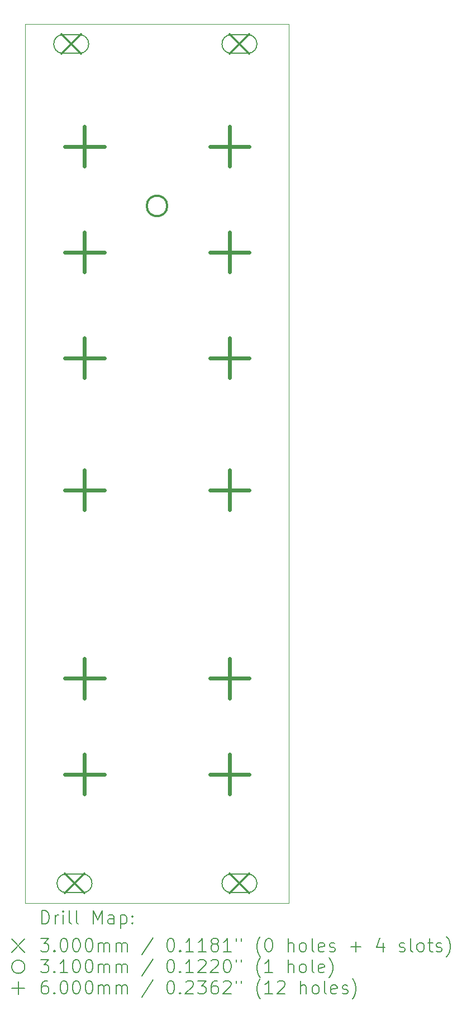
<source format=gbr>
%FSLAX45Y45*%
G04 Gerber Fmt 4.5, Leading zero omitted, Abs format (unit mm)*
G04 Created by KiCad (PCBNEW (6.0.0)) date 2022-01-31 10:21:41*
%MOMM*%
%LPD*%
G01*
G04 APERTURE LIST*
%TA.AperFunction,Profile*%
%ADD10C,0.050000*%
%TD*%
%ADD11C,0.200000*%
%ADD12C,0.300000*%
%ADD13C,0.310000*%
%ADD14C,0.600000*%
G04 APERTURE END LIST*
D10*
X11750000Y-1950000D02*
X11750000Y-14550000D01*
X11750000Y-1950000D02*
X15750000Y-1950000D01*
X15750000Y-1950000D02*
X15750000Y-15250000D01*
X15750000Y-15250000D02*
X11750000Y-15250000D01*
X11750000Y-15250000D02*
X11750000Y-14550000D01*
D11*
D12*
X12300000Y-2100000D02*
X12600000Y-2400000D01*
X12600000Y-2100000D02*
X12300000Y-2400000D01*
D11*
X12325000Y-2390000D02*
X12575000Y-2390000D01*
X12325000Y-2110000D02*
X12575000Y-2110000D01*
X12575000Y-2390000D02*
G75*
G03*
X12575000Y-2110000I0J140000D01*
G01*
X12325000Y-2110000D02*
G75*
G03*
X12325000Y-2390000I0J-140000D01*
G01*
D12*
X12350000Y-14800000D02*
X12650000Y-15100000D01*
X12650000Y-14800000D02*
X12350000Y-15100000D01*
D11*
X12375000Y-15090000D02*
X12625000Y-15090000D01*
X12375000Y-14810000D02*
X12625000Y-14810000D01*
X12625000Y-15090000D02*
G75*
G03*
X12625000Y-14810000I0J140000D01*
G01*
X12375000Y-14810000D02*
G75*
G03*
X12375000Y-15090000I0J-140000D01*
G01*
D12*
X14850000Y-2100000D02*
X15150000Y-2400000D01*
X15150000Y-2100000D02*
X14850000Y-2400000D01*
D11*
X14875000Y-2390000D02*
X15125000Y-2390000D01*
X14875000Y-2110000D02*
X15125000Y-2110000D01*
X15125000Y-2390000D02*
G75*
G03*
X15125000Y-2110000I0J140000D01*
G01*
X14875000Y-2110000D02*
G75*
G03*
X14875000Y-2390000I0J-140000D01*
G01*
D12*
X14850000Y-14800000D02*
X15150000Y-15100000D01*
X15150000Y-14800000D02*
X14850000Y-15100000D01*
D11*
X14875000Y-15090000D02*
X15125000Y-15090000D01*
X14875000Y-14810000D02*
X15125000Y-14810000D01*
X15125000Y-15090000D02*
G75*
G03*
X15125000Y-14810000I0J140000D01*
G01*
X14875000Y-14810000D02*
G75*
G03*
X14875000Y-15090000I0J-140000D01*
G01*
D13*
X13905000Y-4700000D02*
G75*
G03*
X13905000Y-4700000I-155000J0D01*
G01*
D14*
X12650000Y-3500000D02*
X12650000Y-4100000D01*
X12350000Y-3800000D02*
X12950000Y-3800000D01*
X12650000Y-5100000D02*
X12650000Y-5700000D01*
X12350000Y-5400000D02*
X12950000Y-5400000D01*
X12650000Y-6700000D02*
X12650000Y-7300000D01*
X12350000Y-7000000D02*
X12950000Y-7000000D01*
X12650000Y-8700000D02*
X12650000Y-9300000D01*
X12350000Y-9000000D02*
X12950000Y-9000000D01*
X12650000Y-11550000D02*
X12650000Y-12150000D01*
X12350000Y-11850000D02*
X12950000Y-11850000D01*
X12650000Y-13000000D02*
X12650000Y-13600000D01*
X12350000Y-13300000D02*
X12950000Y-13300000D01*
X14850000Y-3500000D02*
X14850000Y-4100000D01*
X14550000Y-3800000D02*
X15150000Y-3800000D01*
X14850000Y-5100000D02*
X14850000Y-5700000D01*
X14550000Y-5400000D02*
X15150000Y-5400000D01*
X14850000Y-6700000D02*
X14850000Y-7300000D01*
X14550000Y-7000000D02*
X15150000Y-7000000D01*
X14850000Y-8700000D02*
X14850000Y-9300000D01*
X14550000Y-9000000D02*
X15150000Y-9000000D01*
X14850000Y-11550000D02*
X14850000Y-12150000D01*
X14550000Y-11850000D02*
X15150000Y-11850000D01*
X14850000Y-13000000D02*
X14850000Y-13600000D01*
X14550000Y-13300000D02*
X15150000Y-13300000D01*
D11*
X12005119Y-15562976D02*
X12005119Y-15362976D01*
X12052738Y-15362976D01*
X12081309Y-15372500D01*
X12100357Y-15391548D01*
X12109881Y-15410595D01*
X12119405Y-15448690D01*
X12119405Y-15477262D01*
X12109881Y-15515357D01*
X12100357Y-15534405D01*
X12081309Y-15553452D01*
X12052738Y-15562976D01*
X12005119Y-15562976D01*
X12205119Y-15562976D02*
X12205119Y-15429643D01*
X12205119Y-15467738D02*
X12214643Y-15448690D01*
X12224166Y-15439167D01*
X12243214Y-15429643D01*
X12262262Y-15429643D01*
X12328928Y-15562976D02*
X12328928Y-15429643D01*
X12328928Y-15362976D02*
X12319405Y-15372500D01*
X12328928Y-15382024D01*
X12338452Y-15372500D01*
X12328928Y-15362976D01*
X12328928Y-15382024D01*
X12452738Y-15562976D02*
X12433690Y-15553452D01*
X12424166Y-15534405D01*
X12424166Y-15362976D01*
X12557500Y-15562976D02*
X12538452Y-15553452D01*
X12528928Y-15534405D01*
X12528928Y-15362976D01*
X12786071Y-15562976D02*
X12786071Y-15362976D01*
X12852738Y-15505833D01*
X12919405Y-15362976D01*
X12919405Y-15562976D01*
X13100357Y-15562976D02*
X13100357Y-15458214D01*
X13090833Y-15439167D01*
X13071786Y-15429643D01*
X13033690Y-15429643D01*
X13014643Y-15439167D01*
X13100357Y-15553452D02*
X13081309Y-15562976D01*
X13033690Y-15562976D01*
X13014643Y-15553452D01*
X13005119Y-15534405D01*
X13005119Y-15515357D01*
X13014643Y-15496309D01*
X13033690Y-15486786D01*
X13081309Y-15486786D01*
X13100357Y-15477262D01*
X13195595Y-15429643D02*
X13195595Y-15629643D01*
X13195595Y-15439167D02*
X13214643Y-15429643D01*
X13252738Y-15429643D01*
X13271786Y-15439167D01*
X13281309Y-15448690D01*
X13290833Y-15467738D01*
X13290833Y-15524881D01*
X13281309Y-15543928D01*
X13271786Y-15553452D01*
X13252738Y-15562976D01*
X13214643Y-15562976D01*
X13195595Y-15553452D01*
X13376547Y-15543928D02*
X13386071Y-15553452D01*
X13376547Y-15562976D01*
X13367024Y-15553452D01*
X13376547Y-15543928D01*
X13376547Y-15562976D01*
X13376547Y-15439167D02*
X13386071Y-15448690D01*
X13376547Y-15458214D01*
X13367024Y-15448690D01*
X13376547Y-15439167D01*
X13376547Y-15458214D01*
X11547500Y-15792500D02*
X11747500Y-15992500D01*
X11747500Y-15792500D02*
X11547500Y-15992500D01*
X11986071Y-15782976D02*
X12109881Y-15782976D01*
X12043214Y-15859167D01*
X12071786Y-15859167D01*
X12090833Y-15868690D01*
X12100357Y-15878214D01*
X12109881Y-15897262D01*
X12109881Y-15944881D01*
X12100357Y-15963928D01*
X12090833Y-15973452D01*
X12071786Y-15982976D01*
X12014643Y-15982976D01*
X11995595Y-15973452D01*
X11986071Y-15963928D01*
X12195595Y-15963928D02*
X12205119Y-15973452D01*
X12195595Y-15982976D01*
X12186071Y-15973452D01*
X12195595Y-15963928D01*
X12195595Y-15982976D01*
X12328928Y-15782976D02*
X12347976Y-15782976D01*
X12367024Y-15792500D01*
X12376547Y-15802024D01*
X12386071Y-15821071D01*
X12395595Y-15859167D01*
X12395595Y-15906786D01*
X12386071Y-15944881D01*
X12376547Y-15963928D01*
X12367024Y-15973452D01*
X12347976Y-15982976D01*
X12328928Y-15982976D01*
X12309881Y-15973452D01*
X12300357Y-15963928D01*
X12290833Y-15944881D01*
X12281309Y-15906786D01*
X12281309Y-15859167D01*
X12290833Y-15821071D01*
X12300357Y-15802024D01*
X12309881Y-15792500D01*
X12328928Y-15782976D01*
X12519405Y-15782976D02*
X12538452Y-15782976D01*
X12557500Y-15792500D01*
X12567024Y-15802024D01*
X12576547Y-15821071D01*
X12586071Y-15859167D01*
X12586071Y-15906786D01*
X12576547Y-15944881D01*
X12567024Y-15963928D01*
X12557500Y-15973452D01*
X12538452Y-15982976D01*
X12519405Y-15982976D01*
X12500357Y-15973452D01*
X12490833Y-15963928D01*
X12481309Y-15944881D01*
X12471786Y-15906786D01*
X12471786Y-15859167D01*
X12481309Y-15821071D01*
X12490833Y-15802024D01*
X12500357Y-15792500D01*
X12519405Y-15782976D01*
X12709881Y-15782976D02*
X12728928Y-15782976D01*
X12747976Y-15792500D01*
X12757500Y-15802024D01*
X12767024Y-15821071D01*
X12776547Y-15859167D01*
X12776547Y-15906786D01*
X12767024Y-15944881D01*
X12757500Y-15963928D01*
X12747976Y-15973452D01*
X12728928Y-15982976D01*
X12709881Y-15982976D01*
X12690833Y-15973452D01*
X12681309Y-15963928D01*
X12671786Y-15944881D01*
X12662262Y-15906786D01*
X12662262Y-15859167D01*
X12671786Y-15821071D01*
X12681309Y-15802024D01*
X12690833Y-15792500D01*
X12709881Y-15782976D01*
X12862262Y-15982976D02*
X12862262Y-15849643D01*
X12862262Y-15868690D02*
X12871786Y-15859167D01*
X12890833Y-15849643D01*
X12919405Y-15849643D01*
X12938452Y-15859167D01*
X12947976Y-15878214D01*
X12947976Y-15982976D01*
X12947976Y-15878214D02*
X12957500Y-15859167D01*
X12976547Y-15849643D01*
X13005119Y-15849643D01*
X13024166Y-15859167D01*
X13033690Y-15878214D01*
X13033690Y-15982976D01*
X13128928Y-15982976D02*
X13128928Y-15849643D01*
X13128928Y-15868690D02*
X13138452Y-15859167D01*
X13157500Y-15849643D01*
X13186071Y-15849643D01*
X13205119Y-15859167D01*
X13214643Y-15878214D01*
X13214643Y-15982976D01*
X13214643Y-15878214D02*
X13224166Y-15859167D01*
X13243214Y-15849643D01*
X13271786Y-15849643D01*
X13290833Y-15859167D01*
X13300357Y-15878214D01*
X13300357Y-15982976D01*
X13690833Y-15773452D02*
X13519405Y-16030595D01*
X13947976Y-15782976D02*
X13967024Y-15782976D01*
X13986071Y-15792500D01*
X13995595Y-15802024D01*
X14005119Y-15821071D01*
X14014643Y-15859167D01*
X14014643Y-15906786D01*
X14005119Y-15944881D01*
X13995595Y-15963928D01*
X13986071Y-15973452D01*
X13967024Y-15982976D01*
X13947976Y-15982976D01*
X13928928Y-15973452D01*
X13919405Y-15963928D01*
X13909881Y-15944881D01*
X13900357Y-15906786D01*
X13900357Y-15859167D01*
X13909881Y-15821071D01*
X13919405Y-15802024D01*
X13928928Y-15792500D01*
X13947976Y-15782976D01*
X14100357Y-15963928D02*
X14109881Y-15973452D01*
X14100357Y-15982976D01*
X14090833Y-15973452D01*
X14100357Y-15963928D01*
X14100357Y-15982976D01*
X14300357Y-15982976D02*
X14186071Y-15982976D01*
X14243214Y-15982976D02*
X14243214Y-15782976D01*
X14224166Y-15811548D01*
X14205119Y-15830595D01*
X14186071Y-15840119D01*
X14490833Y-15982976D02*
X14376547Y-15982976D01*
X14433690Y-15982976D02*
X14433690Y-15782976D01*
X14414643Y-15811548D01*
X14395595Y-15830595D01*
X14376547Y-15840119D01*
X14605119Y-15868690D02*
X14586071Y-15859167D01*
X14576547Y-15849643D01*
X14567024Y-15830595D01*
X14567024Y-15821071D01*
X14576547Y-15802024D01*
X14586071Y-15792500D01*
X14605119Y-15782976D01*
X14643214Y-15782976D01*
X14662262Y-15792500D01*
X14671786Y-15802024D01*
X14681309Y-15821071D01*
X14681309Y-15830595D01*
X14671786Y-15849643D01*
X14662262Y-15859167D01*
X14643214Y-15868690D01*
X14605119Y-15868690D01*
X14586071Y-15878214D01*
X14576547Y-15887738D01*
X14567024Y-15906786D01*
X14567024Y-15944881D01*
X14576547Y-15963928D01*
X14586071Y-15973452D01*
X14605119Y-15982976D01*
X14643214Y-15982976D01*
X14662262Y-15973452D01*
X14671786Y-15963928D01*
X14681309Y-15944881D01*
X14681309Y-15906786D01*
X14671786Y-15887738D01*
X14662262Y-15878214D01*
X14643214Y-15868690D01*
X14871786Y-15982976D02*
X14757500Y-15982976D01*
X14814643Y-15982976D02*
X14814643Y-15782976D01*
X14795595Y-15811548D01*
X14776547Y-15830595D01*
X14757500Y-15840119D01*
X14947976Y-15782976D02*
X14947976Y-15821071D01*
X15024166Y-15782976D02*
X15024166Y-15821071D01*
X15319405Y-16059167D02*
X15309881Y-16049643D01*
X15290833Y-16021071D01*
X15281309Y-16002024D01*
X15271786Y-15973452D01*
X15262262Y-15925833D01*
X15262262Y-15887738D01*
X15271786Y-15840119D01*
X15281309Y-15811548D01*
X15290833Y-15792500D01*
X15309881Y-15763928D01*
X15319405Y-15754405D01*
X15433690Y-15782976D02*
X15452738Y-15782976D01*
X15471786Y-15792500D01*
X15481309Y-15802024D01*
X15490833Y-15821071D01*
X15500357Y-15859167D01*
X15500357Y-15906786D01*
X15490833Y-15944881D01*
X15481309Y-15963928D01*
X15471786Y-15973452D01*
X15452738Y-15982976D01*
X15433690Y-15982976D01*
X15414643Y-15973452D01*
X15405119Y-15963928D01*
X15395595Y-15944881D01*
X15386071Y-15906786D01*
X15386071Y-15859167D01*
X15395595Y-15821071D01*
X15405119Y-15802024D01*
X15414643Y-15792500D01*
X15433690Y-15782976D01*
X15738452Y-15982976D02*
X15738452Y-15782976D01*
X15824166Y-15982976D02*
X15824166Y-15878214D01*
X15814643Y-15859167D01*
X15795595Y-15849643D01*
X15767024Y-15849643D01*
X15747976Y-15859167D01*
X15738452Y-15868690D01*
X15947976Y-15982976D02*
X15928928Y-15973452D01*
X15919405Y-15963928D01*
X15909881Y-15944881D01*
X15909881Y-15887738D01*
X15919405Y-15868690D01*
X15928928Y-15859167D01*
X15947976Y-15849643D01*
X15976547Y-15849643D01*
X15995595Y-15859167D01*
X16005119Y-15868690D01*
X16014643Y-15887738D01*
X16014643Y-15944881D01*
X16005119Y-15963928D01*
X15995595Y-15973452D01*
X15976547Y-15982976D01*
X15947976Y-15982976D01*
X16128928Y-15982976D02*
X16109881Y-15973452D01*
X16100357Y-15954405D01*
X16100357Y-15782976D01*
X16281309Y-15973452D02*
X16262262Y-15982976D01*
X16224166Y-15982976D01*
X16205119Y-15973452D01*
X16195595Y-15954405D01*
X16195595Y-15878214D01*
X16205119Y-15859167D01*
X16224166Y-15849643D01*
X16262262Y-15849643D01*
X16281309Y-15859167D01*
X16290833Y-15878214D01*
X16290833Y-15897262D01*
X16195595Y-15916309D01*
X16367024Y-15973452D02*
X16386071Y-15982976D01*
X16424166Y-15982976D01*
X16443214Y-15973452D01*
X16452738Y-15954405D01*
X16452738Y-15944881D01*
X16443214Y-15925833D01*
X16424166Y-15916309D01*
X16395595Y-15916309D01*
X16376547Y-15906786D01*
X16367024Y-15887738D01*
X16367024Y-15878214D01*
X16376547Y-15859167D01*
X16395595Y-15849643D01*
X16424166Y-15849643D01*
X16443214Y-15859167D01*
X16690833Y-15906786D02*
X16843214Y-15906786D01*
X16767024Y-15982976D02*
X16767024Y-15830595D01*
X17176548Y-15849643D02*
X17176548Y-15982976D01*
X17128928Y-15773452D02*
X17081309Y-15916309D01*
X17205119Y-15916309D01*
X17424167Y-15973452D02*
X17443214Y-15982976D01*
X17481309Y-15982976D01*
X17500357Y-15973452D01*
X17509881Y-15954405D01*
X17509881Y-15944881D01*
X17500357Y-15925833D01*
X17481309Y-15916309D01*
X17452738Y-15916309D01*
X17433690Y-15906786D01*
X17424167Y-15887738D01*
X17424167Y-15878214D01*
X17433690Y-15859167D01*
X17452738Y-15849643D01*
X17481309Y-15849643D01*
X17500357Y-15859167D01*
X17624167Y-15982976D02*
X17605119Y-15973452D01*
X17595595Y-15954405D01*
X17595595Y-15782976D01*
X17728928Y-15982976D02*
X17709881Y-15973452D01*
X17700357Y-15963928D01*
X17690833Y-15944881D01*
X17690833Y-15887738D01*
X17700357Y-15868690D01*
X17709881Y-15859167D01*
X17728928Y-15849643D01*
X17757500Y-15849643D01*
X17776548Y-15859167D01*
X17786071Y-15868690D01*
X17795595Y-15887738D01*
X17795595Y-15944881D01*
X17786071Y-15963928D01*
X17776548Y-15973452D01*
X17757500Y-15982976D01*
X17728928Y-15982976D01*
X17852738Y-15849643D02*
X17928928Y-15849643D01*
X17881309Y-15782976D02*
X17881309Y-15954405D01*
X17890833Y-15973452D01*
X17909881Y-15982976D01*
X17928928Y-15982976D01*
X17986071Y-15973452D02*
X18005119Y-15982976D01*
X18043214Y-15982976D01*
X18062262Y-15973452D01*
X18071786Y-15954405D01*
X18071786Y-15944881D01*
X18062262Y-15925833D01*
X18043214Y-15916309D01*
X18014643Y-15916309D01*
X17995595Y-15906786D01*
X17986071Y-15887738D01*
X17986071Y-15878214D01*
X17995595Y-15859167D01*
X18014643Y-15849643D01*
X18043214Y-15849643D01*
X18062262Y-15859167D01*
X18138452Y-16059167D02*
X18147976Y-16049643D01*
X18167024Y-16021071D01*
X18176548Y-16002024D01*
X18186071Y-15973452D01*
X18195595Y-15925833D01*
X18195595Y-15887738D01*
X18186071Y-15840119D01*
X18176548Y-15811548D01*
X18167024Y-15792500D01*
X18147976Y-15763928D01*
X18138452Y-15754405D01*
X11747500Y-16212500D02*
G75*
G03*
X11747500Y-16212500I-100000J0D01*
G01*
X11986071Y-16102976D02*
X12109881Y-16102976D01*
X12043214Y-16179167D01*
X12071786Y-16179167D01*
X12090833Y-16188690D01*
X12100357Y-16198214D01*
X12109881Y-16217262D01*
X12109881Y-16264881D01*
X12100357Y-16283928D01*
X12090833Y-16293452D01*
X12071786Y-16302976D01*
X12014643Y-16302976D01*
X11995595Y-16293452D01*
X11986071Y-16283928D01*
X12195595Y-16283928D02*
X12205119Y-16293452D01*
X12195595Y-16302976D01*
X12186071Y-16293452D01*
X12195595Y-16283928D01*
X12195595Y-16302976D01*
X12395595Y-16302976D02*
X12281309Y-16302976D01*
X12338452Y-16302976D02*
X12338452Y-16102976D01*
X12319405Y-16131548D01*
X12300357Y-16150595D01*
X12281309Y-16160119D01*
X12519405Y-16102976D02*
X12538452Y-16102976D01*
X12557500Y-16112500D01*
X12567024Y-16122024D01*
X12576547Y-16141071D01*
X12586071Y-16179167D01*
X12586071Y-16226786D01*
X12576547Y-16264881D01*
X12567024Y-16283928D01*
X12557500Y-16293452D01*
X12538452Y-16302976D01*
X12519405Y-16302976D01*
X12500357Y-16293452D01*
X12490833Y-16283928D01*
X12481309Y-16264881D01*
X12471786Y-16226786D01*
X12471786Y-16179167D01*
X12481309Y-16141071D01*
X12490833Y-16122024D01*
X12500357Y-16112500D01*
X12519405Y-16102976D01*
X12709881Y-16102976D02*
X12728928Y-16102976D01*
X12747976Y-16112500D01*
X12757500Y-16122024D01*
X12767024Y-16141071D01*
X12776547Y-16179167D01*
X12776547Y-16226786D01*
X12767024Y-16264881D01*
X12757500Y-16283928D01*
X12747976Y-16293452D01*
X12728928Y-16302976D01*
X12709881Y-16302976D01*
X12690833Y-16293452D01*
X12681309Y-16283928D01*
X12671786Y-16264881D01*
X12662262Y-16226786D01*
X12662262Y-16179167D01*
X12671786Y-16141071D01*
X12681309Y-16122024D01*
X12690833Y-16112500D01*
X12709881Y-16102976D01*
X12862262Y-16302976D02*
X12862262Y-16169643D01*
X12862262Y-16188690D02*
X12871786Y-16179167D01*
X12890833Y-16169643D01*
X12919405Y-16169643D01*
X12938452Y-16179167D01*
X12947976Y-16198214D01*
X12947976Y-16302976D01*
X12947976Y-16198214D02*
X12957500Y-16179167D01*
X12976547Y-16169643D01*
X13005119Y-16169643D01*
X13024166Y-16179167D01*
X13033690Y-16198214D01*
X13033690Y-16302976D01*
X13128928Y-16302976D02*
X13128928Y-16169643D01*
X13128928Y-16188690D02*
X13138452Y-16179167D01*
X13157500Y-16169643D01*
X13186071Y-16169643D01*
X13205119Y-16179167D01*
X13214643Y-16198214D01*
X13214643Y-16302976D01*
X13214643Y-16198214D02*
X13224166Y-16179167D01*
X13243214Y-16169643D01*
X13271786Y-16169643D01*
X13290833Y-16179167D01*
X13300357Y-16198214D01*
X13300357Y-16302976D01*
X13690833Y-16093452D02*
X13519405Y-16350595D01*
X13947976Y-16102976D02*
X13967024Y-16102976D01*
X13986071Y-16112500D01*
X13995595Y-16122024D01*
X14005119Y-16141071D01*
X14014643Y-16179167D01*
X14014643Y-16226786D01*
X14005119Y-16264881D01*
X13995595Y-16283928D01*
X13986071Y-16293452D01*
X13967024Y-16302976D01*
X13947976Y-16302976D01*
X13928928Y-16293452D01*
X13919405Y-16283928D01*
X13909881Y-16264881D01*
X13900357Y-16226786D01*
X13900357Y-16179167D01*
X13909881Y-16141071D01*
X13919405Y-16122024D01*
X13928928Y-16112500D01*
X13947976Y-16102976D01*
X14100357Y-16283928D02*
X14109881Y-16293452D01*
X14100357Y-16302976D01*
X14090833Y-16293452D01*
X14100357Y-16283928D01*
X14100357Y-16302976D01*
X14300357Y-16302976D02*
X14186071Y-16302976D01*
X14243214Y-16302976D02*
X14243214Y-16102976D01*
X14224166Y-16131548D01*
X14205119Y-16150595D01*
X14186071Y-16160119D01*
X14376547Y-16122024D02*
X14386071Y-16112500D01*
X14405119Y-16102976D01*
X14452738Y-16102976D01*
X14471786Y-16112500D01*
X14481309Y-16122024D01*
X14490833Y-16141071D01*
X14490833Y-16160119D01*
X14481309Y-16188690D01*
X14367024Y-16302976D01*
X14490833Y-16302976D01*
X14567024Y-16122024D02*
X14576547Y-16112500D01*
X14595595Y-16102976D01*
X14643214Y-16102976D01*
X14662262Y-16112500D01*
X14671786Y-16122024D01*
X14681309Y-16141071D01*
X14681309Y-16160119D01*
X14671786Y-16188690D01*
X14557500Y-16302976D01*
X14681309Y-16302976D01*
X14805119Y-16102976D02*
X14824166Y-16102976D01*
X14843214Y-16112500D01*
X14852738Y-16122024D01*
X14862262Y-16141071D01*
X14871786Y-16179167D01*
X14871786Y-16226786D01*
X14862262Y-16264881D01*
X14852738Y-16283928D01*
X14843214Y-16293452D01*
X14824166Y-16302976D01*
X14805119Y-16302976D01*
X14786071Y-16293452D01*
X14776547Y-16283928D01*
X14767024Y-16264881D01*
X14757500Y-16226786D01*
X14757500Y-16179167D01*
X14767024Y-16141071D01*
X14776547Y-16122024D01*
X14786071Y-16112500D01*
X14805119Y-16102976D01*
X14947976Y-16102976D02*
X14947976Y-16141071D01*
X15024166Y-16102976D02*
X15024166Y-16141071D01*
X15319405Y-16379167D02*
X15309881Y-16369643D01*
X15290833Y-16341071D01*
X15281309Y-16322024D01*
X15271786Y-16293452D01*
X15262262Y-16245833D01*
X15262262Y-16207738D01*
X15271786Y-16160119D01*
X15281309Y-16131548D01*
X15290833Y-16112500D01*
X15309881Y-16083928D01*
X15319405Y-16074405D01*
X15500357Y-16302976D02*
X15386071Y-16302976D01*
X15443214Y-16302976D02*
X15443214Y-16102976D01*
X15424166Y-16131548D01*
X15405119Y-16150595D01*
X15386071Y-16160119D01*
X15738452Y-16302976D02*
X15738452Y-16102976D01*
X15824166Y-16302976D02*
X15824166Y-16198214D01*
X15814643Y-16179167D01*
X15795595Y-16169643D01*
X15767024Y-16169643D01*
X15747976Y-16179167D01*
X15738452Y-16188690D01*
X15947976Y-16302976D02*
X15928928Y-16293452D01*
X15919405Y-16283928D01*
X15909881Y-16264881D01*
X15909881Y-16207738D01*
X15919405Y-16188690D01*
X15928928Y-16179167D01*
X15947976Y-16169643D01*
X15976547Y-16169643D01*
X15995595Y-16179167D01*
X16005119Y-16188690D01*
X16014643Y-16207738D01*
X16014643Y-16264881D01*
X16005119Y-16283928D01*
X15995595Y-16293452D01*
X15976547Y-16302976D01*
X15947976Y-16302976D01*
X16128928Y-16302976D02*
X16109881Y-16293452D01*
X16100357Y-16274405D01*
X16100357Y-16102976D01*
X16281309Y-16293452D02*
X16262262Y-16302976D01*
X16224166Y-16302976D01*
X16205119Y-16293452D01*
X16195595Y-16274405D01*
X16195595Y-16198214D01*
X16205119Y-16179167D01*
X16224166Y-16169643D01*
X16262262Y-16169643D01*
X16281309Y-16179167D01*
X16290833Y-16198214D01*
X16290833Y-16217262D01*
X16195595Y-16236309D01*
X16357500Y-16379167D02*
X16367024Y-16369643D01*
X16386071Y-16341071D01*
X16395595Y-16322024D01*
X16405119Y-16293452D01*
X16414643Y-16245833D01*
X16414643Y-16207738D01*
X16405119Y-16160119D01*
X16395595Y-16131548D01*
X16386071Y-16112500D01*
X16367024Y-16083928D01*
X16357500Y-16074405D01*
X11647500Y-16432500D02*
X11647500Y-16632500D01*
X11547500Y-16532500D02*
X11747500Y-16532500D01*
X12090833Y-16422976D02*
X12052738Y-16422976D01*
X12033690Y-16432500D01*
X12024166Y-16442024D01*
X12005119Y-16470595D01*
X11995595Y-16508690D01*
X11995595Y-16584881D01*
X12005119Y-16603928D01*
X12014643Y-16613452D01*
X12033690Y-16622976D01*
X12071786Y-16622976D01*
X12090833Y-16613452D01*
X12100357Y-16603928D01*
X12109881Y-16584881D01*
X12109881Y-16537262D01*
X12100357Y-16518214D01*
X12090833Y-16508690D01*
X12071786Y-16499167D01*
X12033690Y-16499167D01*
X12014643Y-16508690D01*
X12005119Y-16518214D01*
X11995595Y-16537262D01*
X12195595Y-16603928D02*
X12205119Y-16613452D01*
X12195595Y-16622976D01*
X12186071Y-16613452D01*
X12195595Y-16603928D01*
X12195595Y-16622976D01*
X12328928Y-16422976D02*
X12347976Y-16422976D01*
X12367024Y-16432500D01*
X12376547Y-16442024D01*
X12386071Y-16461071D01*
X12395595Y-16499167D01*
X12395595Y-16546786D01*
X12386071Y-16584881D01*
X12376547Y-16603928D01*
X12367024Y-16613452D01*
X12347976Y-16622976D01*
X12328928Y-16622976D01*
X12309881Y-16613452D01*
X12300357Y-16603928D01*
X12290833Y-16584881D01*
X12281309Y-16546786D01*
X12281309Y-16499167D01*
X12290833Y-16461071D01*
X12300357Y-16442024D01*
X12309881Y-16432500D01*
X12328928Y-16422976D01*
X12519405Y-16422976D02*
X12538452Y-16422976D01*
X12557500Y-16432500D01*
X12567024Y-16442024D01*
X12576547Y-16461071D01*
X12586071Y-16499167D01*
X12586071Y-16546786D01*
X12576547Y-16584881D01*
X12567024Y-16603928D01*
X12557500Y-16613452D01*
X12538452Y-16622976D01*
X12519405Y-16622976D01*
X12500357Y-16613452D01*
X12490833Y-16603928D01*
X12481309Y-16584881D01*
X12471786Y-16546786D01*
X12471786Y-16499167D01*
X12481309Y-16461071D01*
X12490833Y-16442024D01*
X12500357Y-16432500D01*
X12519405Y-16422976D01*
X12709881Y-16422976D02*
X12728928Y-16422976D01*
X12747976Y-16432500D01*
X12757500Y-16442024D01*
X12767024Y-16461071D01*
X12776547Y-16499167D01*
X12776547Y-16546786D01*
X12767024Y-16584881D01*
X12757500Y-16603928D01*
X12747976Y-16613452D01*
X12728928Y-16622976D01*
X12709881Y-16622976D01*
X12690833Y-16613452D01*
X12681309Y-16603928D01*
X12671786Y-16584881D01*
X12662262Y-16546786D01*
X12662262Y-16499167D01*
X12671786Y-16461071D01*
X12681309Y-16442024D01*
X12690833Y-16432500D01*
X12709881Y-16422976D01*
X12862262Y-16622976D02*
X12862262Y-16489643D01*
X12862262Y-16508690D02*
X12871786Y-16499167D01*
X12890833Y-16489643D01*
X12919405Y-16489643D01*
X12938452Y-16499167D01*
X12947976Y-16518214D01*
X12947976Y-16622976D01*
X12947976Y-16518214D02*
X12957500Y-16499167D01*
X12976547Y-16489643D01*
X13005119Y-16489643D01*
X13024166Y-16499167D01*
X13033690Y-16518214D01*
X13033690Y-16622976D01*
X13128928Y-16622976D02*
X13128928Y-16489643D01*
X13128928Y-16508690D02*
X13138452Y-16499167D01*
X13157500Y-16489643D01*
X13186071Y-16489643D01*
X13205119Y-16499167D01*
X13214643Y-16518214D01*
X13214643Y-16622976D01*
X13214643Y-16518214D02*
X13224166Y-16499167D01*
X13243214Y-16489643D01*
X13271786Y-16489643D01*
X13290833Y-16499167D01*
X13300357Y-16518214D01*
X13300357Y-16622976D01*
X13690833Y-16413452D02*
X13519405Y-16670595D01*
X13947976Y-16422976D02*
X13967024Y-16422976D01*
X13986071Y-16432500D01*
X13995595Y-16442024D01*
X14005119Y-16461071D01*
X14014643Y-16499167D01*
X14014643Y-16546786D01*
X14005119Y-16584881D01*
X13995595Y-16603928D01*
X13986071Y-16613452D01*
X13967024Y-16622976D01*
X13947976Y-16622976D01*
X13928928Y-16613452D01*
X13919405Y-16603928D01*
X13909881Y-16584881D01*
X13900357Y-16546786D01*
X13900357Y-16499167D01*
X13909881Y-16461071D01*
X13919405Y-16442024D01*
X13928928Y-16432500D01*
X13947976Y-16422976D01*
X14100357Y-16603928D02*
X14109881Y-16613452D01*
X14100357Y-16622976D01*
X14090833Y-16613452D01*
X14100357Y-16603928D01*
X14100357Y-16622976D01*
X14186071Y-16442024D02*
X14195595Y-16432500D01*
X14214643Y-16422976D01*
X14262262Y-16422976D01*
X14281309Y-16432500D01*
X14290833Y-16442024D01*
X14300357Y-16461071D01*
X14300357Y-16480119D01*
X14290833Y-16508690D01*
X14176547Y-16622976D01*
X14300357Y-16622976D01*
X14367024Y-16422976D02*
X14490833Y-16422976D01*
X14424166Y-16499167D01*
X14452738Y-16499167D01*
X14471786Y-16508690D01*
X14481309Y-16518214D01*
X14490833Y-16537262D01*
X14490833Y-16584881D01*
X14481309Y-16603928D01*
X14471786Y-16613452D01*
X14452738Y-16622976D01*
X14395595Y-16622976D01*
X14376547Y-16613452D01*
X14367024Y-16603928D01*
X14662262Y-16422976D02*
X14624166Y-16422976D01*
X14605119Y-16432500D01*
X14595595Y-16442024D01*
X14576547Y-16470595D01*
X14567024Y-16508690D01*
X14567024Y-16584881D01*
X14576547Y-16603928D01*
X14586071Y-16613452D01*
X14605119Y-16622976D01*
X14643214Y-16622976D01*
X14662262Y-16613452D01*
X14671786Y-16603928D01*
X14681309Y-16584881D01*
X14681309Y-16537262D01*
X14671786Y-16518214D01*
X14662262Y-16508690D01*
X14643214Y-16499167D01*
X14605119Y-16499167D01*
X14586071Y-16508690D01*
X14576547Y-16518214D01*
X14567024Y-16537262D01*
X14757500Y-16442024D02*
X14767024Y-16432500D01*
X14786071Y-16422976D01*
X14833690Y-16422976D01*
X14852738Y-16432500D01*
X14862262Y-16442024D01*
X14871786Y-16461071D01*
X14871786Y-16480119D01*
X14862262Y-16508690D01*
X14747976Y-16622976D01*
X14871786Y-16622976D01*
X14947976Y-16422976D02*
X14947976Y-16461071D01*
X15024166Y-16422976D02*
X15024166Y-16461071D01*
X15319405Y-16699167D02*
X15309881Y-16689643D01*
X15290833Y-16661071D01*
X15281309Y-16642024D01*
X15271786Y-16613452D01*
X15262262Y-16565833D01*
X15262262Y-16527738D01*
X15271786Y-16480119D01*
X15281309Y-16451548D01*
X15290833Y-16432500D01*
X15309881Y-16403928D01*
X15319405Y-16394405D01*
X15500357Y-16622976D02*
X15386071Y-16622976D01*
X15443214Y-16622976D02*
X15443214Y-16422976D01*
X15424166Y-16451548D01*
X15405119Y-16470595D01*
X15386071Y-16480119D01*
X15576547Y-16442024D02*
X15586071Y-16432500D01*
X15605119Y-16422976D01*
X15652738Y-16422976D01*
X15671786Y-16432500D01*
X15681309Y-16442024D01*
X15690833Y-16461071D01*
X15690833Y-16480119D01*
X15681309Y-16508690D01*
X15567024Y-16622976D01*
X15690833Y-16622976D01*
X15928928Y-16622976D02*
X15928928Y-16422976D01*
X16014643Y-16622976D02*
X16014643Y-16518214D01*
X16005119Y-16499167D01*
X15986071Y-16489643D01*
X15957500Y-16489643D01*
X15938452Y-16499167D01*
X15928928Y-16508690D01*
X16138452Y-16622976D02*
X16119405Y-16613452D01*
X16109881Y-16603928D01*
X16100357Y-16584881D01*
X16100357Y-16527738D01*
X16109881Y-16508690D01*
X16119405Y-16499167D01*
X16138452Y-16489643D01*
X16167024Y-16489643D01*
X16186071Y-16499167D01*
X16195595Y-16508690D01*
X16205119Y-16527738D01*
X16205119Y-16584881D01*
X16195595Y-16603928D01*
X16186071Y-16613452D01*
X16167024Y-16622976D01*
X16138452Y-16622976D01*
X16319405Y-16622976D02*
X16300357Y-16613452D01*
X16290833Y-16594405D01*
X16290833Y-16422976D01*
X16471786Y-16613452D02*
X16452738Y-16622976D01*
X16414643Y-16622976D01*
X16395595Y-16613452D01*
X16386071Y-16594405D01*
X16386071Y-16518214D01*
X16395595Y-16499167D01*
X16414643Y-16489643D01*
X16452738Y-16489643D01*
X16471786Y-16499167D01*
X16481309Y-16518214D01*
X16481309Y-16537262D01*
X16386071Y-16556309D01*
X16557500Y-16613452D02*
X16576547Y-16622976D01*
X16614643Y-16622976D01*
X16633690Y-16613452D01*
X16643214Y-16594405D01*
X16643214Y-16584881D01*
X16633690Y-16565833D01*
X16614643Y-16556309D01*
X16586071Y-16556309D01*
X16567024Y-16546786D01*
X16557500Y-16527738D01*
X16557500Y-16518214D01*
X16567024Y-16499167D01*
X16586071Y-16489643D01*
X16614643Y-16489643D01*
X16633690Y-16499167D01*
X16709881Y-16699167D02*
X16719405Y-16689643D01*
X16738452Y-16661071D01*
X16747976Y-16642024D01*
X16757500Y-16613452D01*
X16767024Y-16565833D01*
X16767024Y-16527738D01*
X16757500Y-16480119D01*
X16747976Y-16451548D01*
X16738452Y-16432500D01*
X16719405Y-16403928D01*
X16709881Y-16394405D01*
M02*

</source>
